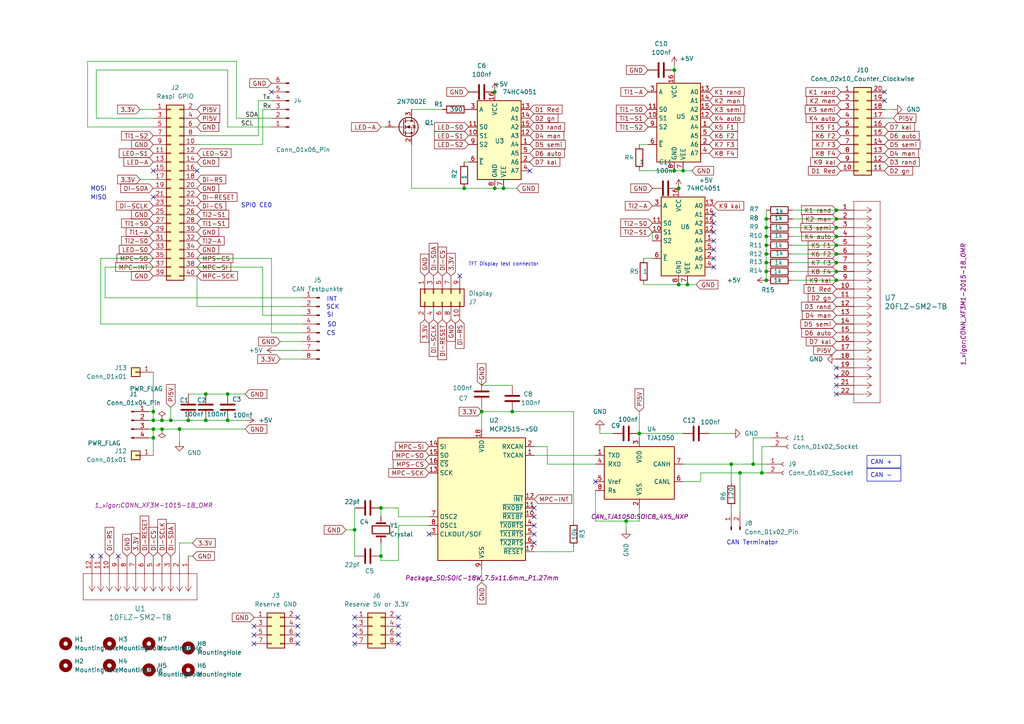
<source format=kicad_sch>
(kicad_sch (version 20231120) (generator "eeschema") (generator_version "8.0")
  (paper "A4")
  (title_block (title "display_mit_raspiZ") (date "2025-06-06") (comment 1 "6.jun Korrektur U6 (S1 & S2)"))
  (junction (at 110.49 161.29))
  (junction (at 242.57 78.74))
  (junction (at 195.58 20.32))
  (junction (at 242.57 81.28))
  (junction (at 199.39 82.55))
  (junction (at 222.25 71.12))
  (junction (at 134.62 54.61))
  (junction (at 222.25 63.5))
  (junction (at 214.63 137.16))
  (junction (at 222.25 68.58))
  (junction (at 49.53 121.92))
  (junction (at 222.25 76.2))
  (junction (at 242.57 68.58))
  (junction (at 59.69 121.92))
  (junction (at 195.58 49.53))
  (junction (at 196.85 54.61))
  (junction (at 148.59 119.38))
  (junction (at 110.49 147.32))
  (junction (at 52.07 124.46))
  (junction (at 66.04 121.92))
  (junction (at 102.87 153.67))
  (junction (at 185.42 125.73))
  (junction (at 222.25 66.04))
  (junction (at 59.69 114.3))
  (junction (at 222.25 81.28))
  (junction (at 212.09 134.62))
  (junction (at 220.98 137.16))
  (junction (at 198.12 49.53))
  (junction (at 44.45 121.92))
  (junction (at 196.85 82.55))
  (junction (at 242.57 60.96))
  (junction (at 143.51 54.61))
  (junction (at 46.99 121.92))
  (junction (at 66.04 114.3))
  (junction (at 222.25 73.66))
  (junction (at 181.61 151.13))
  (junction (at 46.99 124.46))
  (junction (at 242.57 73.66))
  (junction (at 44.45 119.38))
  (junction (at 143.51 26.67))
  (junction (at 54.61 121.92))
  (junction (at 44.45 127))
  (junction (at 242.57 71.12))
  (junction (at 218.44 134.62))
  (junction (at 44.45 124.46))
  (junction (at 242.57 66.04))
  (junction (at 146.05 54.61))
  (junction (at 222.25 78.74))
  (junction (at 139.7 119.38))
  (junction (at 242.57 63.5))
  (junction (at 242.57 76.2))
  (no_connect (at 73.66 186.69))
  (no_connect (at 242.57 111.76))
  (no_connect (at 207.01 62.23))
  (no_connect (at 115.57 186.69))
  (no_connect (at 242.57 106.68))
  (no_connect (at 133.35 80.01))
  (no_connect (at 207.01 74.93))
  (no_connect (at 44.45 57.15))
  (no_connect (at 242.57 109.22))
  (no_connect (at 256.54 29.21))
  (no_connect (at 154.94 157.48))
  (no_connect (at 207.01 64.77))
  (no_connect (at 73.66 184.15))
  (no_connect (at 86.36 186.69))
  (no_connect (at 86.36 184.15))
  (no_connect (at 57.15 49.53))
  (no_connect (at 73.66 181.61))
  (no_connect (at 154.94 154.94))
  (no_connect (at 86.36 181.61))
  (no_connect (at 207.01 69.85))
  (no_connect (at 207.01 67.31))
  (no_connect (at 154.94 149.86))
  (no_connect (at 102.87 181.61))
  (no_connect (at 115.57 184.15))
  (no_connect (at 153.67 49.53))
  (no_connect (at 115.57 179.07))
  (no_connect (at 26.67 161.29))
  (no_connect (at 154.94 152.4))
  (no_connect (at 86.36 179.07))
  (no_connect (at 172.72 139.7))
  (no_connect (at 242.57 114.3))
  (no_connect (at 115.57 181.61))
  (no_connect (at 124.46 154.94))
  (no_connect (at 44.45 49.53))
  (no_connect (at 34.29 161.29))
  (no_connect (at 154.94 147.32))
  (no_connect (at 102.87 179.07))
  (no_connect (at 207.01 72.39))
  (no_connect (at 102.87 186.69))
  (no_connect (at 78.74 26.67))
  (no_connect (at 102.87 184.15))
  (no_connect (at 256.54 26.67))
  (no_connect (at 29.21 161.29))
  (no_connect (at 207.01 77.47))
  (wire (pts (xy 242.57 78.74) (xy 243.84 78.74)))
  (wire (pts (xy 44.45 119.38) (xy 44.45 121.92)))
  (wire (pts (xy 76.2 31.75) (xy 76.2 41.91)))
  (wire (pts (xy 139.7 118.11) (xy 139.7 119.38)))
  (wire (pts (xy 43.18 124.46) (xy 44.45 124.46)))
  (wire (pts (xy 68.58 17.78) (xy 25.4 17.78)))
  (wire (pts (xy 185.42 125.73) (xy 198.12 125.73)))
  (wire (pts (xy 44.45 124.46) (xy 44.45 127)))
  (wire (pts (xy 30.48 86.36) (xy 87.63 86.36)))
  (wire (pts (xy 195.58 19.05) (xy 195.58 20.32)))
  (wire (pts (xy 44.45 124.46) (xy 46.99 124.46)))
  (wire (pts (xy 154.94 129.54) (xy 158.75 129.54)))
  (wire (pts (xy 166.37 158.75) (xy 166.37 160.02)))
  (wire (pts (xy 111.76 36.83) (xy 110.49 36.83)))
  (wire (pts (xy 185.42 125.73) (xy 185.42 127)))
  (wire (pts (xy 259.08 34.29) (xy 256.54 34.29)))
  (wire (pts (xy 134.62 46.99) (xy 135.89 46.99)))
  (wire (pts (xy 172.72 151.13) (xy 181.61 151.13)))
  (wire (pts (xy 214.63 137.16) (xy 214.63 148.59)))
  (wire (pts (xy 222.25 137.16) (xy 220.98 137.16)))
  (wire (pts (xy 74.93 39.37) (xy 74.93 29.21)))
  (wire (pts (xy 229.87 63.5) (xy 242.57 63.5)))
  (wire (pts (xy 27.94 34.29) (xy 44.45 34.29)))
  (wire (pts (xy 115.57 152.4) (xy 124.46 152.4)))
  (wire (pts (xy 218.44 134.62) (xy 222.25 134.62)))
  (wire (pts (xy 229.87 71.12) (xy 242.57 71.12)))
  (wire (pts (xy 40.64 31.75) (xy 44.45 31.75)))
  (wire (pts (xy 110.49 157.48) (xy 110.49 161.29)))
  (wire (pts (xy 229.87 81.28) (xy 242.57 81.28)))
  (wire (pts (xy 148.59 119.38) (xy 166.37 119.38)))
  (wire (pts (xy 185.42 151.13) (xy 181.61 151.13)))
  (wire (pts (xy 46.99 121.92) (xy 44.45 121.92)))
  (wire (pts (xy 229.87 73.66) (xy 242.57 73.66)))
  (wire (pts (xy 199.39 82.55) (xy 201.93 82.55)))
  (wire (pts (xy 74.93 29.21) (xy 78.74 29.21)))
  (wire (pts (xy 222.25 66.04) (xy 222.25 68.58)))
  (wire (pts (xy 52.07 124.46) (xy 52.07 128.27)))
  (wire (pts (xy 71.12 114.3) (xy 66.04 114.3)))
  (wire (pts (xy 222.25 76.2) (xy 222.25 78.74)))
  (wire (pts (xy 139.7 111.76) (xy 148.59 111.76)))
  (wire (pts (xy 229.87 68.58) (xy 242.57 68.58)))
  (wire (pts (xy 29.21 74.93) (xy 44.45 74.93)))
  (wire (pts (xy 242.57 68.58) (xy 243.84 68.58)))
  (wire (pts (xy 158.75 134.62) (xy 172.72 134.62)))
  (wire (pts (xy 259.08 31.75) (xy 256.54 31.75)))
  (wire (pts (xy 242.57 66.04) (xy 243.84 66.04)))
  (wire (pts (xy 66.04 36.83) (xy 66.04 20.32)))
  (wire (pts (xy 57.15 80.01) (xy 57.15 88.9)))
  (wire (pts (xy 49.53 121.92) (xy 54.61 121.92)))
  (wire (pts (xy 222.25 81.28) (xy 222.25 78.74)))
  (wire (pts (xy 198.12 134.62) (xy 212.09 134.62)))
  (wire (pts (xy 223.52 129.54) (xy 220.98 129.54)))
  (wire (pts (xy 185.42 49.53) (xy 195.58 49.53)))
  (wire (pts (xy 57.15 74.93) (xy 78.74 74.93)))
  (wire (pts (xy 76.2 41.91) (xy 57.15 41.91)))
  (wire (pts (xy 55.88 161.29) (xy 54.61 161.29)))
  (wire (pts (xy 25.4 36.83) (xy 44.45 36.83)))
  (wire (pts (xy 166.37 151.13) (xy 166.37 119.38)))
  (wire (pts (xy 81.28 99.06) (xy 87.63 99.06)))
  (wire (pts (xy 242.57 60.96) (xy 246.38 60.96)))
  (wire (pts (xy 115.57 152.4) (xy 115.57 162.56)))
  (wire (pts (xy 66.04 114.3) (xy 59.69 114.3)))
  (wire (pts (xy 43.18 119.38) (xy 44.45 119.38)))
  (wire (pts (xy 172.72 142.24) (xy 172.72 151.13)))
  (wire (pts (xy 81.28 104.14) (xy 87.63 104.14)))
  (wire (pts (xy 139.7 110.49) (xy 139.7 111.76)))
  (wire (pts (xy 76.2 77.47) (xy 76.2 91.44)))
  (wire (pts (xy 222.25 73.66) (xy 222.25 76.2)))
  (wire (pts (xy 212.09 134.62) (xy 218.44 134.62)))
  (wire (pts (xy 110.49 162.56) (xy 110.49 161.29)))
  (wire (pts (xy 242.57 63.5) (xy 243.84 63.5)))
  (wire (pts (xy 212.09 134.62) (xy 212.09 139.7)))
  (wire (pts (xy 76.2 91.44) (xy 87.63 91.44)))
  (wire (pts (xy 57.15 88.9) (xy 87.63 88.9)))
  (wire (pts (xy 154.94 160.02) (xy 166.37 160.02)))
  (wire (pts (xy 44.45 107.95) (xy 44.45 119.38)))
  (wire (pts (xy 44.45 77.47) (xy 30.48 77.47)))
  (wire (pts (xy 218.44 127) (xy 218.44 134.62)))
  (wire (pts (xy 25.4 17.78) (xy 25.4 36.83)))
  (wire (pts (xy 229.87 78.74) (xy 242.57 78.74)))
  (wire (pts (xy 119.38 54.61) (xy 119.38 41.91)))
  (wire (pts (xy 173.99 124.46) (xy 173.99 125.73)))
  (wire (pts (xy 242.57 81.28) (xy 243.84 81.28)))
  (wire (pts (xy 222.25 60.96) (xy 222.25 63.5)))
  (wire (pts (xy 110.49 147.32) (xy 110.49 149.86)))
  (wire (pts (xy 52.07 157.48) (xy 52.07 161.29)))
  (wire (pts (xy 212.09 147.32) (xy 212.09 148.59)))
  (wire (pts (xy 78.74 96.52) (xy 87.63 96.52)))
  (wire (pts (xy 71.12 121.92) (xy 66.04 121.92)))
  (wire (pts (xy 66.04 20.32) (xy 27.94 20.32)))
  (wire (pts (xy 119.38 31.75) (xy 128.27 31.75)))
  (wire (pts (xy 229.87 76.2) (xy 242.57 76.2)))
  (wire (pts (xy 49.53 121.92) (xy 46.99 121.92)))
  (wire (pts (xy 220.98 137.16) (xy 214.63 137.16)))
  (wire (pts (xy 196.85 82.55) (xy 199.39 82.55)))
  (wire (pts (xy 139.7 119.38) (xy 148.59 119.38)))
  (wire (pts (xy 29.21 93.98) (xy 29.21 74.93)))
  (wire (pts (xy 115.57 149.86) (xy 124.46 149.86)))
  (wire (pts (xy 146.05 54.61) (xy 149.86 54.61)))
  (wire (pts (xy 59.69 121.92) (xy 54.61 121.92)))
  (wire (pts (xy 198.12 139.7) (xy 203.2 139.7)))
  (wire (pts (xy 139.7 165.1) (xy 139.7 168.91)))
  (wire (pts (xy 222.25 63.5) (xy 222.25 66.04)))
  (wire (pts (xy 185.42 147.32) (xy 185.42 151.13)))
  (wire (pts (xy 229.87 66.04) (xy 242.57 66.04)))
  (wire (pts (xy 54.61 114.3) (xy 59.69 114.3)))
  (wire (pts (xy 66.04 36.83) (xy 78.74 36.83)))
  (wire (pts (xy 119.38 54.61) (xy 134.62 54.61)))
  (wire (pts (xy 181.61 151.13) (xy 181.61 153.67)))
  (wire (pts (xy 44.45 127) (xy 43.18 127)))
  (wire (pts (xy 68.58 34.29) (xy 68.58 17.78)))
  (wire (pts (xy 46.99 124.46) (xy 52.07 124.46)))
  (wire (pts (xy 102.87 147.32) (xy 102.87 153.67)))
  (wire (pts (xy 189.23 67.31) (xy 189.23 69.85)))
  (wire (pts (xy 49.53 118.11) (xy 49.53 121.92)))
  (wire (pts (xy 212.09 125.73) (xy 205.74 125.73)))
  (wire (pts (xy 78.74 31.75) (xy 76.2 31.75)))
  (wire (pts (xy 100.33 153.67) (xy 102.87 153.67)))
  (wire (pts (xy 115.57 162.56) (xy 110.49 162.56)))
  (wire (pts (xy 158.75 129.54) (xy 158.75 134.62)))
  (wire (pts (xy 80.01 101.6) (xy 87.63 101.6)))
  (wire (pts (xy 200.66 49.53) (xy 198.12 49.53)))
  (wire (pts (xy 242.57 73.66) (xy 243.84 73.66)))
  (wire (pts (xy 172.72 132.08) (xy 154.94 132.08)))
  (wire (pts (xy 57.15 77.47) (xy 76.2 77.47)))
  (wire (pts (xy 29.21 93.98) (xy 87.63 93.98)))
  (wire (pts (xy 115.57 147.32) (xy 115.57 149.86)))
  (wire (pts (xy 110.49 147.32) (xy 115.57 147.32)))
  (wire (pts (xy 223.52 127) (xy 218.44 127)))
  (wire (pts (xy 214.63 137.16) (xy 203.2 137.16)))
  (wire (pts (xy 185.42 41.91) (xy 187.96 41.91)))
  (wire (pts (xy 186.69 82.55) (xy 196.85 82.55)))
  (wire (pts (xy 222.25 68.58) (xy 222.25 71.12)))
  (wire (pts (xy 66.04 121.92) (xy 59.69 121.92)))
  (wire (pts (xy 40.64 52.07) (xy 44.45 52.07)))
  (wire (pts (xy 55.88 157.48) (xy 52.07 157.48)))
  (wire (pts (xy 173.99 125.73) (xy 177.8 125.73)))
  (wire (pts (xy 27.94 20.32) (xy 27.94 34.29)))
  (wire (pts (xy 229.87 60.96) (xy 242.57 60.96)))
  (wire (pts (xy 44.45 127) (xy 44.45 132.08)))
  (wire (pts (xy 52.07 124.46) (xy 71.12 124.46)))
  (wire (pts (xy 102.87 153.67) (xy 102.87 161.29)))
  (wire (pts (xy 242.57 76.2) (xy 243.84 76.2)))
  (wire (pts (xy 185.42 119.38) (xy 185.42 125.73)))
  (wire (pts (xy 78.74 74.93) (xy 78.74 96.52)))
  (wire (pts (xy 195.58 20.32) (xy 195.58 21.59)))
  (wire (pts (xy 220.98 129.54) (xy 220.98 137.16)))
  (wire (pts (xy 30.48 77.47) (xy 30.48 86.36)))
  (wire (pts (xy 57.15 39.37) (xy 74.93 39.37)))
  (wire (pts (xy 44.45 121.92) (xy 43.18 121.92)))
  (wire (pts (xy 195.58 49.53) (xy 198.12 49.53)))
  (wire (pts (xy 222.25 71.12) (xy 222.25 73.66)))
  (wire (pts (xy 203.2 137.16) (xy 203.2 139.7)))
  (wire (pts (xy 139.7 119.38) (xy 139.7 124.46)))
  (wire (pts (xy 186.69 74.93) (xy 189.23 74.93)))
  (wire (pts (xy 143.51 54.61) (xy 146.05 54.61)))
  (wire (pts (xy 242.57 71.12) (xy 243.84 71.12)))
  (wire (pts (xy 78.74 34.29) (xy 68.58 34.29)))
  (wire (pts (xy 134.62 54.61) (xy 143.51 54.61)))
  (text_box "CAN +" (at 251.46 132.08 0) (size 9.8333 3.652) (effects (font (size 1.27 1.27)) (justify left)))
  (text_box "CAN -" (at 251.46 135.89 0) (size 9.8333 3.652) (effects (font (size 1.27 1.27)) (justify left)))
  (text "SCK" (at 96.52 89.154 0) (effects (font (size 1.27 1.27))))
  (text "CAN Terminator" (at 218.186 157.48 0) (effects (font (size 1.27 1.27))))
  (text "MISO" (at 30.988 57.404 0) (effects (font (size 1.27 1.27)) (justify right)))
  (text "SPI0 CE0" (at 69.85 59.69 0) (effects (font (size 1.27 1.27)) (justify left)))
  (text "SI" (at 95.758 91.44 0) (effects (font (size 1.27 1.27))))
  (text "INT" (at 96.266 86.868 0) (effects (font (size 1.27 1.27))))
  (text "SO" (at 96.266 94.234 0) (effects (font (size 1.27 1.27))))
  (text "MOSI" (at 30.988 54.864 0) (effects (font (size 1.27 1.27)) (justify right)))
  (text "TFT Display test connector" (at 146.05 76.708 0) (effects (font (size 1 1) (thickness 0.125))))
  (text "CS" (at 96.012 96.774 0) (effects (font (size 1.27 1.27))))
  (label "SCL" (at 69.85 36.83 0))
  (label "Tx" (at 76.2 29.21 0))
  (label "SDA" (at 71.12 34.29 0))
  (label "Rx" (at 76.2 31.75 0))
  (global_label "Ti2-S0" (shape input) (at 44.45 69.85 180) (property "Intersheetrefs" "${INTERSHEET_REFS}" (effects (hide yes))))
  (global_label "D5 semi" (shape input) (at 242.57 93.98 180) (property "Intersheetrefs" "${INTERSHEET_REFS}" (effects (hide yes))))
  (global_label "K4 auto" (shape input) (at 242.57 68.58 180) (property "Intersheetrefs" "${INTERSHEET_REFS}" (effects (hide yes))))
  (global_label "MPC-SO" (shape input) (at 124.46 132.08 180) (property "Intersheetrefs" "${INTERSHEET_REFS}" (effects (hide yes))))
  (global_label "MPC-SCK" (shape input) (at 124.46 137.16 180) (property "Intersheetrefs" "${INTERSHEET_REFS}" (effects (hide yes))))
  (global_label "DI-SDA" (shape input) (at 125.73 80.01 90) (property "Intersheetrefs" "${INTERSHEET_REFS}" (effects (hide yes))))
  (global_label "D6 auto" (shape input) (at 256.54 39.37 0) (property "Intersheetrefs" "${INTERSHEET_REFS}" (effects (hide yes))))
  (global_label "DI-SDA" (shape input) (at 49.53 161.29 90) (property "Intersheetrefs" "${INTERSHEET_REFS}" (effects (hide yes))))
  (global_label "DI-RESET" (shape input) (at 41.91 161.29 90) (property "Intersheetrefs" "${INTERSHEET_REFS}" (effects (hide yes))))
  (global_label "3.3V" (shape input) (at 81.28 104.14 180) (property "Intersheetrefs" "${INTERSHEET_REFS}" (effects (hide yes))))
  (global_label "Ti2-A" (shape input) (at 57.15 69.85 0) (property "Intersheetrefs" "${INTERSHEET_REFS}" (effects (hide yes))))
  (global_label "GND" (shape input) (at 71.12 114.3 0) (property "Intersheetrefs" "${INTERSHEET_REFS}" (effects (hide yes))))
  (global_label "K7 F3" (shape input) (at 243.84 41.91 180) (property "Intersheetrefs" "${INTERSHEET_REFS}" (effects (hide yes))))
  (global_label "GND" (shape input) (at 201.93 82.55 0) (property "Intersheetrefs" "${INTERSHEET_REFS}" (effects (hide yes))))
  (global_label "D3 rand" (shape input) (at 242.57 88.9 180) (property "Intersheetrefs" "${INTERSHEET_REFS}" (effects (hide yes))))
  (global_label "Ti2-A" (shape input) (at 189.23 59.69 180) (property "Intersheetrefs" "${INTERSHEET_REFS}" (effects (hide yes))))
  (global_label "3.3V" (shape input) (at 130.81 80.01 90) (property "Intersheetrefs" "${INTERSHEET_REFS}" (effects (hide yes))))
  (global_label "LED-S0" (shape input) (at 135.89 36.83 180) (property "Intersheetrefs" "${INTERSHEET_REFS}" (effects (hide yes))))
  (global_label "K6 F2" (shape input) (at 243.84 39.37 180) (property "Intersheetrefs" "${INTERSHEET_REFS}" (effects (hide yes))))
  (global_label "MPC-SI" (shape input) (at 57.15 77.47 0) (property "Intersheetrefs" "${INTERSHEET_REFS}" (effects (hide yes))))
  (global_label "3.3V" (shape input) (at 139.7 119.38 180) (property "Intersheetrefs" "${INTERSHEET_REFS}" (effects (hide yes))))
  (global_label "GND" (shape input) (at 123.19 80.01 90) (property "Intersheetrefs" "${INTERSHEET_REFS}" (effects (hide yes))))
  (global_label "GND" (shape input) (at 100.33 153.67 180) (property "Intersheetrefs" "${INTERSHEET_REFS}" (effects (hide yes))))
  (global_label "K4 auto" (shape input) (at 205.74 34.29 0) (property "Intersheetrefs" "${INTERSHEET_REFS}" (effects (hide yes))))
  (global_label "D4 man" (shape input) (at 256.54 44.45 0) (property "Intersheetrefs" "${INTERSHEET_REFS}" (effects (hide yes))))
  (global_label "D4 man" (shape input) (at 153.67 39.37 0) (property "Intersheetrefs" "${INTERSHEET_REFS}" (effects (hide yes))))
  (global_label "GND" (shape input) (at 71.12 124.46 0) (property "Intersheetrefs" "${INTERSHEET_REFS}" (effects (hide yes))))
  (global_label "GND" (shape input) (at 36.83 161.29 90) (property "Intersheetrefs" "${INTERSHEET_REFS}" (effects (hide yes))))
  (global_label "K6 F2" (shape input) (at 205.74 39.37 0) (property "Intersheetrefs" "${INTERSHEET_REFS}" (effects (hide yes))))
  (global_label "LED-S1" (shape input) (at 44.45 44.45 180) (property "Intersheetrefs" "${INTERSHEET_REFS}" (effects (hide yes))))
  (global_label "K9 kal" (shape input) (at 243.84 46.99 180) (property "Intersheetrefs" "${INTERSHEET_REFS}" (effects (hide yes))))
  (global_label "Di-RS" (shape input) (at 31.75 161.29 90) (property "Intersheetrefs" "${INTERSHEET_REFS}" (effects (hide yes))))
  (global_label "D2 gn" (shape input) (at 256.54 49.53 0) (property "Intersheetrefs" "${INTERSHEET_REFS}" (effects (hide yes))))
  (global_label "GND" (shape input) (at 57.15 54.61 0) (property "Intersheetrefs" "${INTERSHEET_REFS}" (effects (hide yes))))
  (global_label "D1 Red" (shape input) (at 153.67 31.75 0) (property "Intersheetrefs" "${INTERSHEET_REFS}" (effects (hide yes))))
  (global_label "Di-SCLK" (shape input) (at 46.99 161.29 90) (property "Intersheetrefs" "${INTERSHEET_REFS}" (effects (hide yes))))
  (global_label "LED-S1" (shape input) (at 135.89 39.37 180) (property "Intersheetrefs" "${INTERSHEET_REFS}" (effects (hide yes))))
  (global_label "GND" (shape input) (at 44.45 41.91 180) (property "Intersheetrefs" "${INTERSHEET_REFS}" (effects (hide yes))))
  (global_label "Ti1-S2" (shape input) (at 187.96 36.83 180) (property "Intersheetrefs" "${INTERSHEET_REFS}" (effects (hide yes))))
  (global_label "K1 rand" (shape input) (at 205.74 26.67 0) (property "Intersheetrefs" "${INTERSHEET_REFS}" (effects (hide yes))))
  (global_label "K3 semi" (shape input) (at 243.84 31.75 180) (property "Intersheetrefs" "${INTERSHEET_REFS}" (effects (hide yes))))
  (global_label "Pi5V" (shape input) (at 259.08 34.29 0) (property "Intersheetrefs" "${INTERSHEET_REFS}" (effects (hide yes))))
  (global_label "Ti1-S1" (shape input) (at 57.15 64.77 0) (property "Intersheetrefs" "${INTERSHEET_REFS}" (effects (hide yes))))
  (global_label "Pi5V" (shape input) (at 49.53 118.11 90) (property "Intersheetrefs" "${INTERSHEET_REFS}" (effects (hide yes))))
  (global_label "D3 rand" (shape input) (at 153.67 36.83 0) (property "Intersheetrefs" "${INTERSHEET_REFS}" (effects (hide yes))))
  (global_label "Pi5V" (shape input) (at 242.57 101.6 180) (property "Intersheetrefs" "${INTERSHEET_REFS}" (effects (hide yes))))
  (global_label "D3 rand" (shape input) (at 256.54 46.99 0) (property "Intersheetrefs" "${INTERSHEET_REFS}" (effects (hide yes))))
  (global_label "Ti1-S0" (shape input) (at 187.96 31.75 180) (property "Intersheetrefs" "${INTERSHEET_REFS}" (effects (hide yes))))
  (global_label "K1 rand" (shape input) (at 243.84 26.67 180) (property "Intersheetrefs" "${INTERSHEET_REFS}" (effects (hide yes))))
  (global_label "Di-CS" (shape input) (at 44.45 161.29 90) (property "Intersheetrefs" "${INTERSHEET_REFS}" (effects (hide yes))))
  (global_label "Ti1-S2" (shape input) (at 44.45 39.37 180) (property "Intersheetrefs" "${INTERSHEET_REFS}" (effects (hide yes))))
  (global_label "GND" (shape input) (at 189.23 54.61 180) (property "Intersheetrefs" "${INTERSHEET_REFS}" (effects (hide yes))))
  (global_label "GND" (shape input) (at 57.15 36.83 0) (property "Intersheetrefs" "${INTERSHEET_REFS}" (effects (hide yes))))
  (global_label "DI-RESET" (shape input) (at 57.15 57.15 0) (property "Intersheetrefs" "${INTERSHEET_REFS}" (effects (hide yes))))
  (global_label "D2 gn" (shape input) (at 153.67 34.29 0) (property "Intersheetrefs" "${INTERSHEET_REFS}" (effects (hide yes))))
  (global_label "Ti1-S0" (shape input) (at 44.45 64.77 180) (property "Intersheetrefs" "${INTERSHEET_REFS}" (effects (hide yes))))
  (global_label "D1 Red" (shape input) (at 243.84 49.53 180) (property "Intersheetrefs" "${INTERSHEET_REFS}" (effects (hide yes))))
  (global_label "MPS-CS" (shape input) (at 124.46 134.62 180) (property "Intersheetrefs" "${INTERSHEET_REFS}" (effects (hide yes))))
  (global_label "3.3V" (shape input) (at 40.64 52.07 180) (property "Intersheetrefs" "${INTERSHEET_REFS}" (effects (hide yes))))
  (global_label "GND" (shape input) (at 55.88 161.29 0) (property "Intersheetrefs" "${INTERSHEET_REFS}" (effects (hide yes))))
  (global_label "K2 man" (shape input) (at 205.74 29.21 0) (property "Intersheetrefs" "${INTERSHEET_REFS}" (effects (hide yes))))
  (global_label "D2 gn" (shape input) (at 242.57 86.36 180) (property "Intersheetrefs" "${INTERSHEET_REFS}" (effects (hide yes))))
  (global_label "Ti1-S1" (shape input) (at 187.96 34.29 180) (property "Intersheetrefs" "${INTERSHEET_REFS}" (effects (hide yes))))
  (global_label "K9 kal" (shape input) (at 242.57 81.28 180) (property "Intersheetrefs" "${INTERSHEET_REFS}" (effects (hide yes))))
  (global_label "K5 F1" (shape input) (at 243.84 36.83 180) (property "Intersheetrefs" "${INTERSHEET_REFS}" (effects (hide yes))))
  (global_label "K9 kal" (shape input) (at 207.01 59.69 0) (property "Intersheetrefs" "${INTERSHEET_REFS}" (effects (hide yes))))
  (global_label "GND" (shape input) (at 57.15 67.31 0) (property "Intersheetrefs" "${INTERSHEET_REFS}" (effects (hide yes))))
  (global_label "LED-S0" (shape input) (at 44.45 72.39 180) (property "Intersheetrefs" "${INTERSHEET_REFS}" (effects (hide yes))))
  (global_label "K8 F4" (shape input) (at 242.57 78.74 180) (property "Intersheetrefs" "${INTERSHEET_REFS}" (effects (hide yes))))
  (global_label "K7 F3" (shape input) (at 242.57 76.2 180) (property "Intersheetrefs" "${INTERSHEET_REFS}" (effects (hide yes))))
  (global_label "GND" (shape input) (at 130.81 92.71 270) (property "Intersheetrefs" "${INTERSHEET_REFS}" (effects (hide yes))))
  (global_label "GND" (shape input) (at 57.15 46.99 0) (property "Intersheetrefs" "${INTERSHEET_REFS}" (effects (hide yes))))
  (global_label "Ti1-A" (shape input) (at 187.96 26.67 180) (property "Intersheetrefs" "${INTERSHEET_REFS}" (effects (hide yes))))
  (global_label "LED-A" (shape input) (at 110.49 36.83 180) (property "Intersheetrefs" "${INTERSHEET_REFS}" (effects (hide yes))))
  (global_label "D5 semi" (shape input) (at 256.54 41.91 0) (property "Intersheetrefs" "${INTERSHEET_REFS}" (effects (hide yes))))
  (global_label "GND" (shape input) (at 135.89 26.67 180) (property "Intersheetrefs" "${INTERSHEET_REFS}" (effects (hide yes))))
  (global_label "K6 F2" (shape input) (at 242.57 73.66 180) (property "Intersheetrefs" "${INTERSHEET_REFS}" (effects (hide yes))))
  (global_label "3.3V" (shape input) (at 40.64 31.75 180) (property "Intersheetrefs" "${INTERSHEET_REFS}" (effects (hide yes))))
  (global_label "D4 man" (shape input) (at 242.57 91.44 180) (property "Intersheetrefs" "${INTERSHEET_REFS}" (effects (hide yes))))
  (global_label "Di-RS" (shape input) (at 133.35 92.71 270) (property "Intersheetrefs" "${INTERSHEET_REFS}" (effects (hide yes))))
  (global_label "3.3V" (shape input) (at 39.37 161.29 90) (property "Intersheetrefs" "${INTERSHEET_REFS}" (effects (hide yes))))
  (global_label "MPC-SI" (shape input) (at 124.46 129.54 180) (property "Intersheetrefs" "${INTERSHEET_REFS}" (effects (hide yes))))
  (global_label "Ti2-S1" (shape input) (at 57.15 62.23 0) (property "Intersheetrefs" "${INTERSHEET_REFS}" (effects (hide yes))))
  (global_label "MPC-SO" (shape input) (at 44.45 74.93 180) (property "Intersheetrefs" "${INTERSHEET_REFS}" (effects (hide yes))))
  (global_label "MPC-INT" (shape input) (at 154.94 144.78 0) (property "Intersheetrefs" "${INTERSHEET_REFS}" (effects (hide yes))))
  (global_label "D7 kal" (shape input) (at 242.57 99.06 180) (property "Intersheetrefs" "${INTERSHEET_REFS}" (effects (hide yes))))
  (global_label "D6 auto" (shape input) (at 242.57 96.52 180) (property "Intersheetrefs" "${INTERSHEET_REFS}" (effects (hide yes))))
  (global_label "Pi5V" (shape input) (at 57.15 31.75 0) (property "Intersheetrefs" "${INTERSHEET_REFS}" (effects (hide yes))))
  (global_label "DI-RESET" (shape input) (at 128.27 92.71 270) (property "Intersheetrefs" "${INTERSHEET_REFS}" (effects (hide yes))))
  (global_label "K3 semi" (shape input) (at 205.74 31.75 0) (property "Intersheetrefs" "${INTERSHEET_REFS}" (effects (hide yes))))
  (global_label "K5 F1" (shape input) (at 242.57 71.12 180) (property "Intersheetrefs" "${INTERSHEET_REFS}" (effects (hide yes))))
  (global_label "GND" (shape input) (at 187.96 20.32 180) (property "Intersheetrefs" "${INTERSHEET_REFS}" (effects (hide yes))))
  (global_label "K3 semi" (shape input) (at 242.57 66.04 180) (property "Intersheetrefs" "${INTERSHEET_REFS}" (effects (hide yes))))
  (global_label "GND" (shape input) (at 78.74 24.13 180) (property "Intersheetrefs" "${INTERSHEET_REFS}" (effects (hide yes))))
  (global_label "Di-SCLK" (shape input) (at 44.45 59.69 180) (property "Intersheetrefs" "${INTERSHEET_REFS}" (effects (hide yes))))
  (global_label "Pi5V" (shape input) (at 57.15 34.29 0) (property "Intersheetrefs" "${INTERSHEET_REFS}" (effects (hide yes))))
  (global_label "GND" (shape input) (at 73.66 179.07 180) (property "Intersheetrefs" "${INTERSHEET_REFS}" (effects (hide yes))))
  (global_label "Ti2-S0" (shape input) (at 189.23 64.77 180) (property "Intersheetrefs" "${INTERSHEET_REFS}" (effects (hide yes))))
  (global_label "K7 F3" (shape input) (at 205.74 41.91 0) (property "Intersheetrefs" "${INTERSHEET_REFS}" (effects (hide yes))))
  (global_label "K8 F4" (shape input) (at 205.74 44.45 0) (property "Intersheetrefs" "${INTERSHEET_REFS}" (effects (hide yes))))
  (global_label "LED-S2" (shape input) (at 135.89 41.91 180) (property "Intersheetrefs" "${INTERSHEET_REFS}" (effects (hide yes))))
  (global_label "DI-SDA" (shape input) (at 44.45 54.61 180) (property "Intersheetrefs" "${INTERSHEET_REFS}" (effects (hide yes))))
  (global_label "K8 F4" (shape input) (at 243.84 44.45 180) (property "Intersheetrefs" "${INTERSHEET_REFS}" (effects (hide yes))))
  (global_label "Di-CS" (shape input) (at 128.27 80.01 90) (property "Intersheetrefs" "${INTERSHEET_REFS}" (effects (hide yes))))
  (global_label "GND" (shape input) (at 200.66 49.53 0) (property "Intersheetrefs" "${INTERSHEET_REFS}" (effects (hide yes))))
  (global_label "GND" (shape input) (at 44.45 80.01 180) (property "Intersheetrefs" "${INTERSHEET_REFS}" (effects (hide yes))))
  (global_label "3.3V" (shape input) (at 55.88 157.48 0) (property "Intersheetrefs" "${INTERSHEET_REFS}" (effects (hide yes))))
  (global_label "Di-CS" (shape input) (at 57.15 59.69 0) (property "Intersheetrefs" "${INTERSHEET_REFS}" (effects (hide yes))))
  (global_label "Pi5V" (shape input) (at 185.42 119.38 90) (property "Intersheetrefs" "${INTERSHEET_REFS}" (effects (hide yes))))
  (global_label "Ti2-S1" (shape input) (at 189.23 67.31 180) (property "Intersheetrefs" "${INTERSHEET_REFS}" (effects (hide yes))))
  (global_label "D7 kal" (shape input) (at 153.67 46.99 0) (property "Intersheetrefs" "${INTERSHEET_REFS}" (effects (hide yes))))
  (global_label "LED-S2" (shape input) (at 57.15 44.45 0) (property "Intersheetrefs" "${INTERSHEET_REFS}" (effects (hide yes))))
  (global_label "K2 man" (shape input) (at 242.57 63.5 180) (property "Intersheetrefs" "${INTERSHEET_REFS}" (effects (hide yes))))
  (global_label "K1 rand" (shape input) (at 242.57 60.96 180) (property "Intersheetrefs" "${INTERSHEET_REFS}" (effects (hide yes))))
  (global_label "GND" (shape input) (at 57.15 72.39 0) (property "Intersheetrefs" "${INTERSHEET_REFS}" (effects (hide yes))))
  (global_label "D1 Red" (shape input) (at 242.57 83.82 180) (property "Intersheetrefs" "${INTERSHEET_REFS}" (effects (hide yes))))
  (global_label "K2 man" (shape input) (at 243.84 29.21 180) (property "Intersheetrefs" "${INTERSHEET_REFS}" (effects (hide yes))))
  (global_label "K5 F1" (shape input) (at 205.74 36.83 0) (property "Intersheetrefs" "${INTERSHEET_REFS}" (effects (hide yes))))
  (global_label "GND" (shape input) (at 81.28 99.06 180) (property "Intersheetrefs" "${INTERSHEET_REFS}" (effects (hide yes))))
  (global_label "MPC-SCK" (shape input) (at 57.15 80.01 0) (property "Intersheetrefs" "${INTERSHEET_REFS}" (effects (hide yes))))
  (global_label "3.3V" (shape input) (at 123.19 92.71 270) (property "Intersheetrefs" "${INTERSHEET_REFS}" (effects (hide yes))))
  (global_label "K4 auto" (shape input) (at 243.84 34.29 180) (property "Intersheetrefs" "${INTERSHEET_REFS}" (effects (hide yes))))
  (global_label "MPS-CS" (shape input) (at 57.15 74.93 0) (property "Intersheetrefs" "${INTERSHEET_REFS}" (effects (hide yes))))
  (global_label "D5 semi" (shape input) (at 153.67 41.91 0) (property "Intersheetrefs" "${INTERSHEET_REFS}" (effects (hide yes))))
  (global_label "GND" (shape input) (at 139.7 168.91 270) (property "Intersheetrefs" "${INTERSHEET_REFS}" (effects (hide yes))))
  (global_label "GND" (shape input) (at 44.45 62.23 180) (property "Intersheetrefs" "${INTERSHEET_REFS}" (effects (hide yes))))
  (global_label "Ti1-A" (shape input) (at 44.45 67.31 180) (property "Intersheetrefs" "${INTERSHEET_REFS}" (effects (hide yes))))
  (global_label "GND" (shape input) (at 139.7 111.76 90) (property "Intersheetrefs" "${INTERSHEET_REFS}" (effects (hide yes))))
  (global_label "Di-RS" (shape input) (at 57.15 52.07 0) (property "Intersheetrefs" "${INTERSHEET_REFS}" (effects (hide yes))))
  (global_label "GND" (shape input) (at 149.86 54.61 0) (property "Intersheetrefs" "${INTERSHEET_REFS}" (effects (hide yes))))
  (global_label "D7 kal" (shape input) (at 256.54 36.83 0) (property "Intersheetrefs" "${INTERSHEET_REFS}" (effects (hide yes))))
  (global_label "LED-A" (shape input) (at 44.45 46.99 180) (property "Intersheetrefs" "${INTERSHEET_REFS}" (effects (hide yes))))
  (global_label "Di-SCLK" (shape input) (at 125.73 92.71 270) (property "Intersheetrefs" "${INTERSHEET_REFS}" (effects (hide yes))))
  (global_label "D6 auto" (shape input) (at 153.67 44.45 0) (property "Intersheetrefs" "${INTERSHEET_REFS}" (effects (hide yes))))
  (global_label "MPC-INT" (shape input) (at 44.45 77.47 180) (property "Intersheetrefs" "${INTERSHEET_REFS}" (effects (hide yes))))
  (symbol (lib_id "Connector:Conn_01x04_Pin") (at 38.1 121.92 0) (unit 1)
    (property "Reference" "J1" (at 38.735 114.3 0))
    (property "Value" "Conn_01x04_Pin" (at 38.735 116.84 0))
    (property "Footprint" "Connector_PinHeader_2.54mm:PinHeader_1x04_P2.54mm_Vertical" (effects (hide yes)))
    (property "Description" "Generic connector, single row, 01x04, script generated" (effects (hide yes)))
  )
  (symbol (lib_id "Device:R") (at 226.06 71.12 90) (unit 1)
    (property "Reference" "R11" (at 219.202 71.12 90))
    (property "Value" "1k" (at 225.806 71.12 90))
    (property "Footprint" "Resistor_SMD:R_0805_2012Metric" (effects (hide yes)))
    (property "Description" "Resistor" (effects (hide yes)))
  )
  (symbol (lib_id "Mechanical:MountingHole") (at 19.05 186.69 0) (unit 1) (exclude_from_sim yes) (in_bom no)
    (property "Reference" "H1" (at 21.59 185.4199 0) (effects (justify left)))
    (property "Value" "MountingHole" (at 21.59 187.9599 0) (effects (justify left)))
    (property "Footprint" "MountingHole:MountingHole_3.2mm_M3_ISO7380_Pad" (effects (hide yes)))
    (property "Description" "Mounting Hole without connection" (effects (hide yes)))
  )
  (symbol (lib_id "Connector:Conn_01x02_Socket") (at 227.33 134.62 0) (unit 1)
    (property "Reference" "J9" (at 228.6 134.6199 0) (effects (justify left)))
    (property "Value" "Conn_01x02_Socket" (at 228.6 137.1599 0) (effects (justify left)))
    (property "Footprint" "Connector_PinHeader_2.54mm:PinHeader_1x02_P2.54mm_Vertical" (effects (hide yes)))
    (property "Description" "Generic connector, single row, 01x02, script generated" (effects (hide yes)))
  )
  (symbol (lib_id "Device:C") (at 193.04 54.61 90) (unit 1)
    (property "Reference" "C11" (at 193.04 46.99 90))
    (property "Value" "100nf" (at 193.04 49.53 90))
    (property "Footprint" "Capacitor_SMD:C_0805_2012Metric" (effects (hide yes)))
    (property "Description" "Unpolarized capacitor" (effects (hide yes)))
  )
  (symbol (lib_id "Connector_Generic:Conn_01x01") (at 39.37 107.95 0) (mirror y) (unit 1)
    (property "Reference" "J13" (at 36.83 106.6799 0) (effects (justify left)))
    (property "Value" "Conn_01x01" (at 36.83 109.2199 0) (effects (justify left)))
    (property "Footprint" "1_vigor:Flachst_2.5mm" (effects (hide yes)))
    (property "Description" "Generic connector, single row, 01x01, script generated (kicad-library-utils/schlib/autogen/connector/)" (effects (hide yes)))
  )
  (symbol (lib_id "Device:C") (at 139.7 26.67 90) (unit 1)
    (property "Reference" "C6" (at 139.7 19.05 90))
    (property "Value" "100nf" (at 139.7 21.59 90))
    (property "Footprint" "Capacitor_SMD:C_0805_2012Metric" (effects (hide yes)))
    (property "Description" "Unpolarized capacitor" (effects (hide yes)))
  )
  (symbol (lib_id "Mechanical:MountingHole") (at 43.18 186.69 0) (unit 1) (exclude_from_sim yes) (in_bom no)
    (property "Reference" "H7" (at 45.72 185.4199 0) (effects (justify left)))
    (property "Value" "MountingHole" (at 45.72 187.9599 0) (effects (justify left)))
    (property "Footprint" "MountingHole:MountingHole_3.2mm_M3_ISO7380_Pad" (effects (hide yes)))
    (property "Description" "Mounting Hole without connection" (effects (hide yes)))
  )
  (symbol (lib_id "power:GND") (at 212.09 125.73 90) (unit 1)
    (property "Reference" "#PWR9" (effects (hide yes)))
    (property "Value" "GND" (at 215.9 125.7299 90) (effects (justify right)))
    (property "Description" "Power symbol creates a global label with name \"GND\" , ground" (effects (hide yes)))
  )
  (symbol (lib_id "74xx:74HC4051") (at 196.85 67.31 0) (unit 1)
    (property "Reference" "U6" (at 197.358 65.786 0) (effects (justify left)))
    (property "Value" "74HC4051" (at 199.0441 54.61 0) (effects (justify left)))
    (property "Footprint" "Package_SO:SOIC-16_3.9x9.9mm_P1.27mm" (effects (hide yes)))
    (property "Datasheet" "http://www.ti.com/lit/ds/symlink/cd74hc4051.pdf" (effects (hide yes)))
    (property "Description" "8-channel analog multiplexer/demultiplexer, DIP-16/SOIC-16/TSSOP-16" (effects (hide yes)))
  )
  (symbol (lib_id "Device:R") (at 186.69 78.74 0) (unit 1)
    (property "Reference" "R5" (at 182.626 78.74 0) (effects (justify left)))
    (property "Value" "1" (at 186.436 78.74 0) (effects (justify left)))
    (property "Footprint" "Resistor_SMD:R_0805_2012Metric" (effects (hide yes)))
    (property "Description" "Resistor" (effects (hide yes)))
  )
  (symbol (lib_id "power:+5V") (at 143.51 26.67 0) (unit 1)
    (property "Reference" "#PWR4" (effects (hide yes)))
    (property "Value" "+5V" (at 145.288 24.384 0))
    (property "Description" "Power symbol creates a global label with name \"+5V\"" (effects (hide yes)))
  )
  (symbol (lib_id "power:GND") (at 173.99 124.46 180) (unit 1)
    (property "Reference" "#PWR5" (effects (hide yes)))
    (property "Value" "GND" (at 173.99 119.38 0))
    (property "Description" "Power symbol creates a global label with name \"GND\" , ground" (effects (hide yes)))
  )
  (symbol (lib_id "power:PWR_FLAG") (at 46.99 124.46 180) (unit 1)
    (property "Reference" "#FLG2" (effects (hide yes)))
    (property "Value" "PWR_FLAG" (at 30.226 128.524 0))
    (property "Description" "Special symbol for telling ERC where power comes from" (effects (hide yes)))
  )
  (symbol (lib_id "Device:C") (at 66.04 118.11 0) (unit 1)
    (property "Reference" "C3" (at 67.31 115.824 0) (effects (justify left)))
    (property "Value" "100nf" (at 67.564 120.396 0) (effects (justify left)))
    (property "Footprint" "Capacitor_SMD:C_0805_2012Metric" (effects (hide yes)))
    (property "Description" "Unpolarized capacitor" (effects (hide yes)))
  )
  (symbol (lib_id "Device:R") (at 226.06 78.74 90) (unit 1)
    (property "Reference" "R14" (at 219.202 78.486 90))
    (property "Value" "1k" (at 225.552 78.74 90))
    (property "Footprint" "Resistor_SMD:R_0805_2012Metric" (effects (hide yes)))
    (property "Description" "Resistor" (effects (hide yes)))
  )
  (symbol (lib_id "Connector_Generic:Conn_01x01") (at 39.37 132.08 0) (mirror y) (unit 1)
    (property "Reference" "J12" (at 36.83 130.8099 0) (effects (justify left)))
    (property "Value" "Conn_01x01" (at 36.83 133.3499 0) (effects (justify left)))
    (property "Footprint" "1_vigor:Flachst_2.5mm" (effects (hide yes)))
    (property "Description" "Generic connector, single row, 01x01, script generated (kicad-library-utils/schlib/autogen/connector/)" (effects (hide yes)))
  )
  (symbol (lib_id "Connector:Conn_01x06_Pin") (at 83.82 31.75 180) (unit 1)
    (property "Reference" "J4" (at 85.09 29.2099 0) (effects (justify right)))
    (property "Value" "Conn_01x06_Pin" (at 80.01 43.434 0) (effects (justify right)))
    (property "Footprint" "Connector_PinHeader_2.54mm:PinHeader_1x06_P2.54mm_Vertical" (effects (hide yes)))
    (property "Description" "Generic connector, single row, 01x06, script generated" (effects (hide yes)))
  )
  (symbol (lib_id "Device:R") (at 226.06 66.04 90) (unit 1)
    (property "Reference" "R9" (at 218.694 65.786 90))
    (property "Value" "1k" (at 225.806 66.04 90))
    (property "Footprint" "Resistor_SMD:R_0805_2012Metric" (effects (hide yes)))
    (property "Description" "Resistor" (effects (hide yes)))
  )
  (symbol (lib_id "Device:C") (at 201.93 125.73 90) (unit 1)
    (property "Reference" "C12" (at 199.898 121.92 90))
    (property "Value" "100nf" (at 205.994 122.428 90))
    (property "Footprint" "Capacitor_SMD:C_0805_2012Metric" (effects (hide yes)))
    (property "Description" "Unpolarized capacitor" (effects (hide yes)))
  )
  (symbol (lib_id "Mechanical:MountingHole") (at 43.18 194.31 0) (unit 1) (exclude_from_sim yes) (in_bom no)
    (property "Reference" "H5" (at 45.72 193.0399 0) (effects (justify left)))
    (property "Value" "MountingHole" (at 45.72 195.5799 0) (effects (justify left)))
    (property "Footprint" "MountingHole:MountingHole_3.2mm_M3_ISO7380_Pad" (effects (hide yes)))
    (property "Description" "Mounting Hole without connection" (effects (hide yes)))
  )
  (symbol (lib_id "Transistor_FET:2N7002E") (at 116.84 36.83 0) (unit 1)
    (property "Reference" "Q1" (at 123.19 35.5599 0) (effects (justify left)))
    (property "Value" "2N7002E" (at 115.062 29.464 0) (effects (justify left)))
    (property "Footprint" "Package_TO_SOT_SMD:SOT-23" (effects (hide yes)))
    (property "Datasheet" "http://www.diodes.com/assets/Datasheets/ds30376.pdf" (effects (hide yes)))
    (property "Description" "0.24A Id, 60V Vds, N-Channel MOSFET, SOT-23" (effects (hide yes)))
  )
  (symbol (lib_id "Connector_Generic:Conn_02x04_Odd_Even") (at 78.74 181.61 0) (unit 1)
    (property "Reference" "J3" (at 80.01 172.72 0))
    (property "Value" "Reserve GND" (at 80.01 175.26 0))
    (property "Footprint" "Connector_PinHeader_2.54mm:PinHeader_2x05_P2.54mm_Vertical" (effects (hide yes)))
    (property "Description" "Generic connector, double row, 02x04, odd/even pin numbering scheme (row 1 odd numbers, row 2 even numbers), script generated (kicad-library-utils/schlib/autogen/connector/)" (effects (hide yes)))
  )
  (symbol (lib_id "Device:R") (at 226.06 81.28 90) (unit 1)
    (property "Reference" "R15" (at 222.758 84.074 90))
    (property "Value" "1k" (at 225.552 81.28 90))
    (property "Footprint" "Resistor_SMD:R_0805_2012Metric" (effects (hide yes)))
    (property "Description" "Resistor" (effects (hide yes)))
  )
  (symbol (lib_id "Connector:Conn_01x08_Pin") (at 92.71 93.98 0) (mirror y) (unit 1)
    (property "Reference" "J5" (at 92.075 81.28 0))
    (property "Value" "CAN Testpunkte" (at 92.075 83.82 0))
    (property "Footprint" "Connector_PinHeader_2.54mm:PinHeader_1x08_P2.54mm_Vertical" (effects (hide yes)))
    (property "Description" "Generic connector, single row, 01x08, script generated" (effects (hide yes)))
  )
  (symbol (lib_id "power:GND") (at 242.57 104.14 270) (unit 1)
    (property "Reference" "#PWR11" (effects (hide yes)))
    (property "Value" "GND" (at 238.76 104.1399 90) (effects (justify right)))
    (property "Description" "Power symbol creates a global label with name \"GND\" , ground" (effects (hide yes)))
  )
  (symbol (lib_id "Interface_CAN_LIN:MCP2551-I-SN") (at 185.42 137.16 0) (unit 1)
    (property "Reference" "U4" (at 187.6141 124.46 0) (effects (justify left)))
    (property "Value" "TJA1050" (at 187.6141 127 0) (effects (justify left)))
    (property "Footprint" "CAN_TJA1050:SOIC8_4X5_NXP" (at 185.42 149.86 0) (effects (font (italic yes))))
    (property "Datasheet" "http://ww1.microchip.com/downloads/en/devicedoc/21667d.pdf" (effects (hide yes)))
    (property "Description" "High-Speed CAN Transceiver, 1Mbps, 5V supply, SOIC-8" (effects (hide yes)))
  )
  (symbol (lib_id "power:+5V") (at 80.01 101.6 90) (unit 1)
    (property "Reference" "#PWR3" (effects (hide yes)))
    (property "Value" "+5V" (at 76.2 101.5999 90) (effects (justify left)))
    (property "Description" "Power symbol creates a global label with name \"+5V\"" (effects (hide yes)))
  )
  (symbol (lib_id "Connector_Generic:Conn_02x04_Odd_Even") (at 107.95 181.61 0) (unit 1)
    (property "Reference" "J6" (at 109.22 172.72 0))
    (property "Value" "Reserve 5V or 3.3V" (at 109.22 175.26 0))
    (property "Footprint" "Connector_PinHeader_2.54mm:PinHeader_2x05_P2.54mm_Vertical" (effects (hide yes)))
    (property "Description" "Generic connector, double row, 02x04, odd/even pin numbering scheme (row 1 odd numbers, row 2 even numbers), script generated (kicad-library-utils/schlib/autogen/connector/)" (effects (hide yes)))
  )
  (symbol (lib_id "jst_FLZ_10:10FLZ-SM2-TB") (at 54.61 161.29 270) (unit 1)
    (property "Reference" "U1" (at 40.64 176.53 90) (effects (font (size 1.524 1.524))))
    (property "Value" "10FLZ-SM2-TB" (at 40.64 179.07 90) (effects (font (size 1.524 1.524))))
    (property "Footprint" "1_vigor:CONN_XF3M-1015-1B_OMR" (at 44.45 146.558 90) (effects (font (italic yes))))
    (property "Datasheet" "10FLZ-SM2-TB" (effects (hide yes)))
  )
  (symbol (lib_id "Connector:Conn_01x02_Pin") (at 212.09 153.67 90) (unit 1)
    (property "Reference" "J8" (at 215.9 151.7649 90) (effects (justify right)))
    (property "Value" "Conn_01x02_Pin" (at 215.9 154.3049 90) (effects (justify right)))
    (property "Footprint" "Connector_PinHeader_2.54mm:PinHeader_1x02_P2.54mm_Vertical" (effects (hide yes)))
    (property "Description" "Generic connector, single row, 01x02, script generated" (effects (hide yes)))
  )
  (symbol (lib_id "Connector_Generic:Conn_02x05_Odd_Even") (at 128.27 85.09 90) (mirror x) (unit 1)
    (property "Reference" "J7" (at 135.89 87.6301 90) (effects (justify right)))
    (property "Value" "Display" (at 135.89 85.0901 90) (effects (justify right)))
    (property "Footprint" "Connector_PinHeader_2.54mm:PinHeader_2x05_P2.54mm_Vertical" (effects (hide yes)))
    (property "Description" "Generic connector, double row, 02x05, odd/even pin numbering scheme (row 1 odd numbers, row 2 even numbers), script generated (kicad-library-utils/schlib/autogen/connector/)" (effects (hide yes)))
  )
  (symbol (lib_id "Device:C") (at 139.7 114.3 0) (unit 1)
    (property "Reference" "C7" (at 134.366 115.57 0))
    (property "Value" "100nf" (at 134.112 112.522 0))
    (property "Footprint" "Capacitor_SMD:C_0805_2012Metric" (effects (hide yes)))
    (property "Description" "Unpolarized capacitor" (effects (hide yes)))
  )
  (symbol (lib_id "Device:R") (at 212.09 143.51 0) (unit 1)
    (property "Reference" "R6" (at 209.804 145.288 90) (effects (justify left)))
    (property "Value" "120" (at 212.09 145.034 90) (effects (justify left)))
    (property "Footprint" "Resistor_SMD:R_1206_3216Metric" (effects (hide yes)))
    (property "Description" "Resistor" (effects (hide yes)))
  )
  (symbol (lib_id "Interface_CAN_LIN:MCP2515-xSO") (at 139.7 144.78 0) (unit 1)
    (property "Reference" "U2" (at 141.8941 121.92 0) (effects (justify left)))
    (property "Value" "MCP2515-xSO" (at 141.8941 124.46 0) (effects (justify left)))
    (property "Footprint" "Package_SO:SOIC-18W_7.5x11.6mm_P1.27mm" (at 139.7 167.64 0) (effects (font (italic yes))))
    (property "Datasheet" "http://ww1.microchip.com/downloads/en/DeviceDoc/21801e.pdf" (effects (hide yes)))
    (property "Description" "Stand-Alone CAN Controller with SPI Interface, SOIC-18" (effects (hide yes)))
  )
  (symbol (lib_id "Device:R") (at 185.42 45.72 0) (unit 1)
    (property "Reference" "R4" (at 181.102 45.72 0) (effects (justify left)))
    (property "Value" "1" (at 185.42 46.99 0) (effects (justify left)))
    (property "Footprint" "Resistor_SMD:R_0805_2012Metric" (effects (hide yes)))
    (property "Description" "Resistor" (effects (hide yes)))
  )
  (symbol (lib_id "power:+5V") (at 196.85 54.61 0) (unit 1)
    (property "Reference" "#PWR8" (effects (hide yes)))
    (property "Value" "+5V" (at 204.724 52.324 0))
    (property "Description" "Power symbol creates a global label with name \"+5V\"" (effects (hide yes)))
  )
  (symbol (lib_id "jst_FLZ_20:20FLZ-SM2-TB") (at 242.57 60.96 0) (unit 1)
    (property "Reference" "U7" (at 256.54 86.3599 0) (effects (font (size 1.524 1.524)) (justify left)))
    (property "Value" "20FLZ-SM2-TB" (at 256.54 88.8999 0) (effects (font (size 1.524 1.524)) (justify left)))
    (property "Footprint" "1_vigor:CONN_XF3M1-2015-1B_OMR" (at 279.4 88.392 90) (effects (font (italic yes))))
    (property "Datasheet" "20FLZ-SM2-TB" (effects (hide yes)))
  )
  (symbol (lib_id "Device:R") (at 226.06 73.66 90) (unit 1)
    (property "Reference" "R12" (at 219.202 73.66 90))
    (property "Value" "1k" (at 226.06 73.406 90))
    (property "Footprint" "Resistor_SMD:R_0805_2012Metric" (effects (hide yes)))
    (property "Description" "Resistor" (effects (hide yes)))
  )
  (symbol (lib_id "Mechanical:MountingHole") (at 31.75 193.04 0) (unit 1) (exclude_from_sim yes) (in_bom no)
    (property "Reference" "H4" (at 34.29 191.7699 0) (effects (justify left)))
    (property "Value" "MountingHole" (at 34.29 194.3099 0) (effects (justify left)))
    (property "Footprint" "MountingHole:MountingHole_3.2mm_M3_ISO7380_Pad" (effects (hide yes)))
    (property "Description" "Mounting Hole without connection" (effects (hide yes)))
  )
  (symbol (lib_id "power:+5V") (at 71.12 121.92 270) (unit 1)
    (property "Reference" "#PWR2" (effects (hide yes)))
    (property "Value" "+5V" (at 74.93 121.9199 90) (effects (justify left)))
    (property "Description" "Power symbol creates a global label with name \"+5V\"" (effects (hide yes)))
  )
  (symbol (lib_id "power:PWR_FLAG") (at 46.99 121.92 0) (unit 1)
    (property "Reference" "#FLG1" (effects (hide yes)))
    (property "Value" "PWR_FLAG" (at 42.418 112.776 0))
    (property "Description" "Special symbol for telling ERC where power comes from" (effects (hide yes)))
  )
  (symbol (lib_id "Device:C") (at 106.68 147.32 90) (unit 1)
    (property "Reference" "C4" (at 105.664 151.384 90))
    (property "Value" "22pf" (at 102.108 145.542 90))
    (property "Footprint" "mcp_cry:CAPC17595_87N_KEM" (effects (hide yes)))
    (property "Description" "Unpolarized capacitor" (effects (hide yes)))
  )
  (symbol (lib_id "Device:R") (at 166.37 154.94 0) (unit 1)
    (property "Reference" "R3" (at 168.91 156.21 90) (effects (justify left)))
    (property "Value" "10k" (at 166.624 156.718 90) (effects (justify left)))
    (property "Footprint" "Resistor_SMD:R_0805_2012Metric" (effects (hide yes)))
    (property "Description" "Resistor" (effects (hide yes)))
  )
  (symbol (lib_id "Device:C") (at 181.61 125.73 90) (unit 1)
    (property "Reference" "C9" (at 178.562 123.444 90))
    (property "Value" "100nf" (at 182.118 121.666 90))
    (property "Footprint" "Capacitor_SMD:C_0805_2012Metric" (effects (hide yes)))
    (property "Description" "Unpolarized capacitor" (effects (hide yes)))
  )
  (symbol (lib_id "power:+5V") (at 222.25 81.28 90) (unit 1)
    (property "Reference" "#PWR10" (effects (hide yes)))
    (property "Value" "+5V" (at 214.884 81.28 90) (effects (justify left)))
    (property "Description" "Power symbol creates a global label with name \"+5V\"" (effects (hide yes)))
  )
  (symbol (lib_id "74xx:74HC4051") (at 195.58 34.29 0) (unit 1)
    (property "Reference" "U5" (at 196.088 33.782 0) (effects (justify left)))
    (property "Value" "74HC4051" (effects (hide yes)))
    (property "Footprint" "Package_SO:SOIC-16_3.9x9.9mm_P1.27mm" (effects (hide yes)))
    (property "Datasheet" "http://www.ti.com/lit/ds/symlink/cd74hc4051.pdf" (effects (hide yes)))
    (property "Description" "8-channel analog multiplexer/demultiplexer, DIP-16/SOIC-16/TSSOP-16" (effects (hide yes)))
  )
  (symbol (lib_id "Mechanical:MountingHole") (at 54.61 187.96 0) (unit 1) (exclude_from_sim yes) (in_bom no)
    (property "Reference" "H8" (at 57.15 186.6899 0) (effects (justify left)))
    (property "Value" "MountingHole" (at 57.15 189.2299 0) (effects (justify left)))
    (property "Footprint" "MountingHole:MountingHole_3.2mm_M3_ISO7380_Pad" (effects (hide yes)))
    (property "Description" "Mounting Hole without connection" (effects (hide yes)))
  )
  (symbol (lib_id "Device:C") (at 191.77 20.32 90) (unit 1)
    (property "Reference" "C10" (at 191.77 12.7 90))
    (property "Value" "100nf" (at 191.77 15.24 90))
    (property "Footprint" "Capacitor_SMD:C_0805_2012Metric" (effects (hide yes)))
    (property "Description" "Unpolarized capacitor" (effects (hide yes)))
  )
  (symbol (lib_id "power:GND") (at 259.08 31.75 90) (mirror x) (unit 1)
    (property "Reference" "#PWR12" (effects (hide yes)))
    (property "Value" "GND" (at 262.89 31.7499 90) (effects (justify right)))
    (property "Description" "Power symbol creates a global label with name \"GND\" , ground" (effects (hide yes)))
  )
  (symbol (lib_id "Connector_Generic:Conn_02x10_Counter_Clockwise") (at 248.92 36.83 0) (unit 1)
    (property "Reference" "J10" (at 250.19 20.32 0))
    (property "Value" "Conn_02x10_Counter_Clockwise" (at 250.19 22.86 0))
    (property "Footprint" "Connector_PinHeader_2.54mm:PinHeader_2x10_P2.54mm_Vertical" (effects (hide yes)))
    (property "Description" "Generic connector, double row, 02x10, counter clockwise pin numbering scheme (similar to DIP package numbering), script generated (kicad-library-utils/schlib/autogen/connector/)" (effects (hide yes)))
  )
  (symbol (lib_id "Connector:Conn_01x02_Socket") (at 228.6 127 0) (unit 1)
    (property "Reference" "J11" (at 229.87 126.9999 0) (effects (justify left)))
    (property "Value" "Conn_01x02_Socket" (at 229.87 129.5399 0) (effects (justify left)))
    (property "Footprint" "Connector_PinHeader_2.54mm:PinHeader_1x02_P2.54mm_Vertical" (effects (hide yes)))
    (property "Description" "Generic connector, single row, 01x02, script generated" (effects (hide yes)))
  )
  (symbol (lib_id "power:GND") (at 52.07 128.27 0) (unit 1)
    (property "Reference" "#PWR1" (effects (hide yes)))
    (property "Value" "GND" (at 58.42 131.318 0) (effects (justify right)))
    (property "Description" "Power symbol creates a global label with name \"GND\" , ground" (effects (hide yes)))
  )
  (symbol (lib_id "Device:C") (at 59.69 118.11 0) (unit 1)
    (property "Reference" "C2" (at 57.15 116.078 0) (effects (justify left)))
    (property "Value" "100nf" (at 59.944 120.142 0) (effects (justify left)))
    (property "Footprint" "Capacitor_SMD:C_0805_2012Metric" (effects (hide yes)))
    (property "Description" "Unpolarized capacitor" (effects (hide yes)))
  )
  (symbol (lib_id "74xx:74HC4051") (at 143.51 39.37 0) (unit 1)
    (property "Reference" "U3" (at 143.51 40.894 0) (effects (justify left)))
    (property "Value" "74HC4051" (at 145.7041 26.67 0) (effects (justify left)))
    (property "Footprint" "Package_SO:SOIC-16_3.9x9.9mm_P1.27mm" (effects (hide yes)))
    (property "Datasheet" "http://www.ti.com/lit/ds/symlink/cd74hc4051.pdf" (effects (hide yes)))
    (property "Description" "8-channel analog multiplexer/demultiplexer, DIP-16/SOIC-16/TSSOP-16" (effects (hide yes)))
  )
  (symbol (lib_id "Device:C") (at 54.61 118.11 0) (unit 1)
    (property "Reference" "C1" (at 52.07 116.078 0) (effects (justify left)))
    (property "Value" "100nf" (at 53.34 120.142 0) (effects (justify left)))
    (property "Footprint" "Capacitor_SMD:C_0805_2012Metric" (effects (hide yes)))
    (property "Description" "Unpolarized capacitor" (effects (hide yes)))
  )
  (symbol (lib_id "Mechanical:MountingHole") (at 54.61 194.31 0) (unit 1) (exclude_from_sim yes) (in_bom no)
    (property "Reference" "H6" (at 57.15 193.0399 0) (effects (justify left)))
    (property "Value" "MountingHole" (at 57.15 195.5799 0) (effects (justify left)))
    (property "Footprint" "MountingHole:MountingHole_3.2mm_M3_ISO7380_Pad" (effects (hide yes)))
    (property "Description" "Mounting Hole without connection" (effects (hide yes)))
  )
  (symbol (lib_id "Device:C") (at 148.59 115.57 0) (unit 1)
    (property "Reference" "C8" (at 153.162 114.3 0))
    (property "Value" "100nf" (at 153.924 116.84 0))
    (property "Footprint" "Capacitor_SMD:C_0805_2012Metric" (effects (hide yes)))
    (property "Description" "Unpolarized capacitor" (effects (hide yes)))
  )
  (symbol (lib_id "Mechanical:MountingHole") (at 19.05 193.04 0) (unit 1) (exclude_from_sim yes) (in_bom no)
    (property "Reference" "H2" (at 21.59 191.7699 0) (effects (justify left)))
    (property "Value" "MountingHole" (at 21.59 194.3099 0) (effects (justify left)))
    (property "Footprint" "MountingHole:MountingHole_3.2mm_M3_ISO7380_Pad" (effects (hide yes)))
    (property "Description" "Mounting Hole without connection" (effects (hide yes)))
  )
  (symbol (lib_id "Device:C") (at 106.68 161.29 90) (unit 1)
    (property "Reference" "C5" (at 107.188 165.608 90))
    (property "Value" "22pf" (at 102.108 163.83 90))
    (property "Footprint" "mcp_cry:CAPC17595_87N_KEM" (effects (hide yes)))
    (property "Description" "Unpolarized capacitor" (effects (hide yes)))
  )
  (symbol (lib_id "Device:R") (at 134.62 50.8 0) (unit 1)
    (property "Reference" "R2" (at 131.826 51.816 90) (effects (justify left)))
    (property "Value" "1" (at 134.62 52.07 90) (effects (justify left)))
    (property "Footprint" "Resistor_SMD:R_0805_2012Metric" (effects (hide yes)))
    (property "Description" "Resistor" (effects (hide yes)))
  )
  (symbol (lib_id "Connector_Generic:Conn_02x20_Odd_Even") (at 49.53 54.61 0) (unit 1)
    (property "Reference" "J2" (at 50.8 25.4 0))
    (property "Value" "Raspi GPIO" (at 50.8 27.94 0))
    (property "Footprint" "Connector_PinHeader_2.54mm:PinHeader_2x20_P2.54mm_Vertical" (effects (hide yes)))
    (property "Description" "Generic connector, double row, 02x20, odd/even pin numbering scheme (row 1 odd numbers, row 2 even numbers), script generated (kicad-library-utils/schlib/autogen/connector/)" (effects (hide yes)))
  )
  (symbol (lib_id "Device:R") (at 226.06 68.58 90) (unit 1)
    (property "Reference" "R10" (at 219.202 68.326 90))
    (property "Value" "1k" (at 225.806 68.326 90))
    (property "Footprint" "Resistor_SMD:R_0805_2012Metric" (effects (hide yes)))
    (property "Description" "Resistor" (effects (hide yes)))
  )
  (symbol (lib_id "Mechanical:MountingHole") (at 31.75 186.69 0) (unit 1) (exclude_from_sim yes) (in_bom no)
    (property "Reference" "H3" (at 34.29 185.4199 0) (effects (justify left)))
    (property "Value" "MountingHole" (at 34.29 187.9599 0) (effects (justify left)))
    (property "Footprint" "MountingHole:MountingHole_3.2mm_M3_ISO7380_Pad" (effects (hide yes)))
    (property "Description" "Mounting Hole without connection" (effects (hide yes)))
  )
  (symbol (lib_id "Device:R") (at 226.06 60.96 90) (unit 1)
    (property "Reference" "R7" (at 218.694 60.706 90))
    (property "Value" "1k" (at 226.06 61.214 90))
    (property "Footprint" "Resistor_SMD:R_0805_2012Metric" (effects (hide yes)))
    (property "Description" "Resistor" (effects (hide yes)))
  )
  (symbol (lib_id "Device:R") (at 132.08 31.75 90) (unit 1)
    (property "Reference" "R1" (at 127.254 30.226 90))
    (property "Value" "390" (at 132.334 31.75 90))
    (property "Footprint" "Resistor_SMD:R_1206_3216Metric" (effects (hide yes)))
    (property "Description" "Resistor" (effects (hide yes)))
  )
  (symbol (lib_id "power:+5V") (at 195.58 19.05 0) (unit 1)
    (property "Reference" "#PWR7" (effects (hide yes)))
    (property "Value" "+5V" (at 199.136 17.018 0))
    (property "Description" "Power symbol creates a global label with name \"+5V\"" (effects (hide yes)))
  )
  (symbol (lib_id "Device:R") (at 226.06 63.5 90) (unit 1)
    (property "Reference" "R8" (at 218.694 63.246 90))
    (property "Value" "1k" (at 225.806 63.246 90))
    (property "Footprint" "Resistor_SMD:R_0805_2012Metric" (effects (hide yes)))
    (property "Description" "Resistor" (effects (hide yes)))
  )
  (symbol (lib_id "power:GND") (at 181.61 153.67 0) (unit 1)
    (property "Reference" "#PWR6" (effects (hide yes)))
    (property "Value" "GND" (at 181.6099 157.48 90) (effects (justify right)))
    (property "Description" "Power symbol creates a global label with name \"GND\" , ground" (effects (hide yes)))
  )
  (symbol (lib_id "Device:R") (at 226.06 76.2 90) (unit 1)
    (property "Reference" "R13" (at 219.202 75.946 90))
    (property "Value" "1k" (at 225.806 76.2 90))
    (property "Footprint" "Resistor_SMD:R_0805_2012Metric" (effects (hide yes)))
    (property "Description" "Resistor" (effects (hide yes)))
  )
  (symbol (lib_id "Device:Crystal") (at 110.49 153.67 90) (unit 1)
    (property "Reference" "Y1" (at 113.03 152.3999 90) (effects (justify right)))
    (property "Value" "Crystal" (at 113.03 154.9399 90) (effects (justify right)))
    (property "Footprint" "Crystal:Crystal_SMD_Abracon_ABM3-2Pin_5.0x3.2mm_HandSoldering" (effects (hide yes)))
    (property "Description" "Two pin crystal" (effects (hide yes)))
  )
)
</source>
